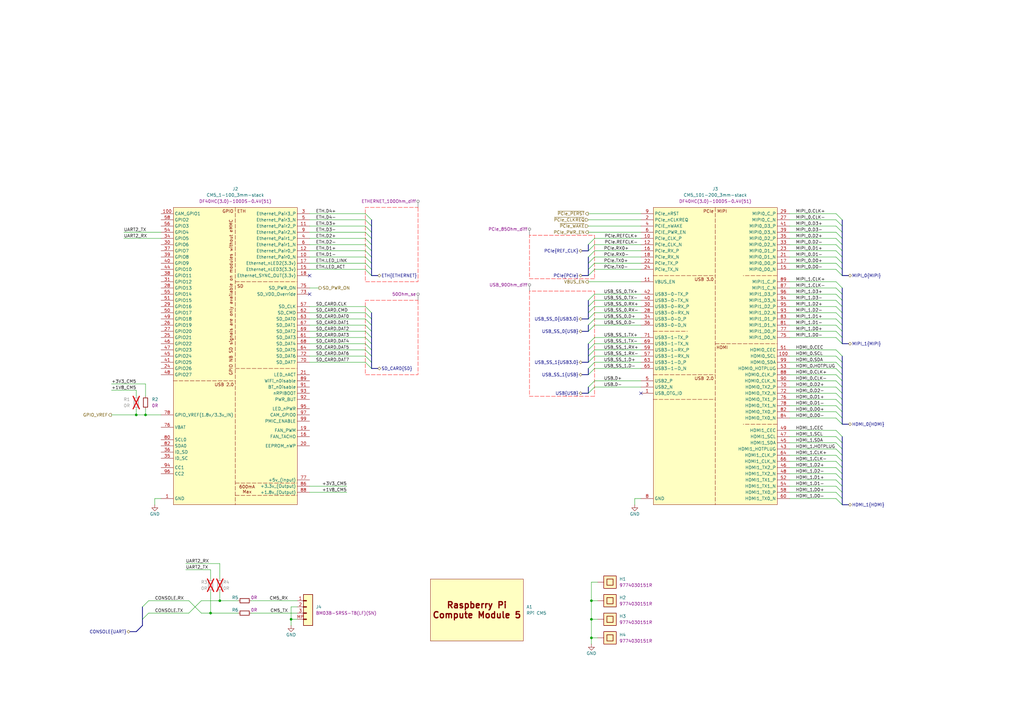
<source format=kicad_sch>
(kicad_sch (version 20250114) (generator "eeschema") (generator_version "9.0")
  (paper "A3")
  (title_block (title "ModuCard CM5 module") (date "2025-07-05") (rev "1.0.0") (company "KoNaR") (comment 1 "Project author: Dominik Pluta"))
  (bus_alias "I2C" (members "SCL" "SDA"))
  (bus_alias "MIPI" (members "CLK+" "CLK-" "D0+" "D0-" "D1+" "D1-" "D2+" "D2-" "D3+" "D3-"))
  (bus_alias "PCIe" (members "TX0+" "TX0-" "RX0+" "RX0-"))
  (bus_alias "REF_CLK" (members "REFCLK+" "REFCLK-"))
  (bus_alias "SD" (members "DAT0" "DAT1" "DAT2" "DAT3" "DAT4" "DAT5" "DAT6" "DAT7" "CLK" "CMD"))
  (junction (at 119.38 254))
  (junction (at 55.88 170.18))
  (junction (at 86.36 251.46))
  (junction (at 242.57 246.38))
  (junction (at 242.57 261.62))
  (junction (at 59.69 170.18))
  (junction (at 242.57 254))
  (junction (at 90.17 246.38))
  (no_connect (at 262.89 161.29))
  (no_connect (at 127 113.03))
  (no_connect (at 127 120.65))
  (bus_entry (at 241.3 151.13) (size 2.54 -2.54))
  (bus_entry (at 152.4 113.03) (size -2.54 -2.54))
  (bus_entry (at 152.4 102.87) (size -2.54 -2.54))
  (bus_entry (at 345.44 184.15) (size -2.54 -2.54))
  (bus_entry (at 345.44 102.87) (size -2.54 -2.54))
  (bus_entry (at 345.44 173.99) (size -2.54 -2.54))
  (bus_entry (at 152.4 105.41) (size -2.54 -2.54))
  (bus_entry (at 241.3 146.05) (size 2.54 -2.54))
  (bus_entry (at 241.3 133.35) (size 2.54 -2.54))
  (bus_entry (at 152.4 92.71) (size -2.54 -2.54))
  (bus_entry (at 345.44 158.75) (size -2.54 -2.54))
  (bus_entry (at 152.4 140.97) (size -2.54 -2.54))
  (bus_entry (at 345.44 189.23) (size -2.54 -2.54))
  (bus_entry (at 152.4 133.35) (size -2.54 -2.54))
  (bus_entry (at 345.44 153.67) (size -2.54 -2.54))
  (bus_entry (at 345.44 191.77) (size -2.54 -2.54))
  (bus_entry (at 152.4 146.05) (size -2.54 -2.54))
  (bus_entry (at 241.3 110.49) (size 2.54 -2.54))
  (bus_entry (at 345.44 113.03) (size -2.54 -2.54))
  (bus_entry (at 345.44 194.31) (size -2.54 -2.54))
  (bus_entry (at 241.3 153.67) (size 2.54 -2.54))
  (bus_entry (at 345.44 105.41) (size -2.54 -2.54))
  (bus_entry (at 241.3 158.75) (size 2.54 -2.54))
  (bus_entry (at 241.3 128.27) (size 2.54 -2.54))
  (bus_entry (at 241.3 123.19) (size 2.54 -2.54))
  (bus_entry (at 345.44 163.83) (size -2.54 -2.54))
  (bus_entry (at 152.4 135.89) (size -2.54 -2.54))
  (bus_entry (at 241.3 148.59) (size 2.54 -2.54))
  (bus_entry (at 345.44 92.71) (size -2.54 -2.54))
  (bus_entry (at 345.44 181.61) (size -2.54 -2.54))
  (bus_entry (at 345.44 110.49) (size -2.54 -2.54))
  (bus_entry (at 345.44 107.95) (size -2.54 -2.54))
  (bus_entry (at 345.44 151.13) (size -2.54 -2.54))
  (bus_entry (at 345.44 130.81) (size -2.54 -2.54))
  (bus_entry (at 345.44 156.21) (size -2.54 -2.54))
  (bus_entry (at 345.44 123.19) (size -2.54 -2.54))
  (bus_entry (at 241.3 143.51) (size 2.54 -2.54))
  (bus_entry (at 345.44 138.43) (size -2.54 -2.54))
  (bus_entry (at 345.44 186.69) (size -2.54 -2.54))
  (bus_entry (at 152.4 110.49) (size -2.54 -2.54))
  (bus_entry (at 345.44 90.17) (size -2.54 -2.54))
  (bus_entry (at 345.44 204.47) (size -2.54 -2.54))
  (bus_entry (at 152.4 143.51) (size -2.54 -2.54))
  (bus_entry (at 345.44 97.79) (size -2.54 -2.54))
  (bus_entry (at 345.44 199.39) (size -2.54 -2.54))
  (bus_entry (at 152.4 95.25) (size -2.54 -2.54))
  (bus_entry (at 345.44 118.11) (size -2.54 -2.54))
  (bus_entry (at 60.96 251.46) (size -2.54 2.54))
  (bus_entry (at 152.4 107.95) (size -2.54 -2.54))
  (bus_entry (at 345.44 146.05) (size -2.54 -2.54))
  (bus_entry (at 60.96 246.38) (size -2.54 2.54))
  (bus_entry (at 241.3 140.97) (size 2.54 -2.54))
  (bus_entry (at 241.3 130.81) (size 2.54 -2.54))
  (bus_entry (at 152.4 151.13) (size -2.54 -2.54))
  (bus_entry (at 345.44 128.27) (size -2.54 -2.54))
  (bus_entry (at 345.44 120.65) (size -2.54 -2.54))
  (bus_entry (at 241.3 105.41) (size 2.54 -2.54))
  (bus_entry (at 152.4 138.43) (size -2.54 -2.54))
  (bus_entry (at 345.44 166.37) (size -2.54 -2.54))
  (bus_entry (at 345.44 133.35) (size -2.54 -2.54))
  (bus_entry (at 241.3 125.73) (size 2.54 -2.54))
  (bus_entry (at 345.44 140.97) (size -2.54 -2.54))
  (bus_entry (at 152.4 130.81) (size -2.54 -2.54))
  (bus_entry (at 345.44 196.85) (size -2.54 -2.54))
  (bus_entry (at 241.3 161.29) (size 2.54 -2.54))
  (bus_entry (at 241.3 107.95) (size 2.54 -2.54))
  (bus_entry (at 241.3 113.03) (size 2.54 -2.54))
  (bus_entry (at 152.4 97.79) (size -2.54 -2.54))
  (bus_entry (at 345.44 179.07) (size -2.54 -2.54))
  (bus_entry (at 345.44 161.29) (size -2.54 -2.54))
  (bus_entry (at 345.44 207.01) (size -2.54 -2.54))
  (bus_entry (at 345.44 135.89) (size -2.54 -2.54))
  (bus_entry (at 241.3 102.87) (size 2.54 -2.54))
  (bus_entry (at 345.44 148.59) (size -2.54 -2.54))
  (bus_entry (at 345.44 95.25) (size -2.54 -2.54))
  (bus_entry (at 345.44 171.45) (size -2.54 -2.54))
  (bus_entry (at 241.3 135.89) (size 2.54 -2.54))
  (bus_entry (at 152.4 148.59) (size -2.54 -2.54))
  (bus_entry (at 152.4 90.17) (size -2.54 -2.54))
  (bus_entry (at 345.44 100.33) (size -2.54 -2.54))
  (bus_entry (at 345.44 125.73) (size -2.54 -2.54))
  (bus_entry (at 345.44 201.93) (size -2.54 -2.54))
  (bus_entry (at 345.44 168.91) (size -2.54 -2.54))
  (bus_entry (at 241.3 100.33) (size 2.54 -2.54))
  (bus_entry (at 152.4 128.27) (size -2.54 -2.54))
  (bus_entry (at 152.4 100.33) (size -2.54 -2.54))
  (bus (pts (xy 345.44 156.21) (xy 345.44 153.67)))
  (bus (pts (xy 345.44 184.15) (xy 345.44 181.61)))
  (bus (pts (xy 345.44 179.07) (xy 345.44 181.61)))
  (bus (pts (xy 58.42 248.92) (xy 58.42 254)))
  (wire (pts (xy 50.8 95.25) (xy 66.04 95.25)))
  (wire (pts (xy 323.85 201.93) (xy 342.9 201.93)))
  (wire (pts (xy 130.81 118.11) (xy 127 118.11)))
  (bus (pts (xy 241.3 110.49) (xy 241.3 113.03)))
  (bus (pts (xy 345.44 113.03) (xy 347.98 113.03)))
  (wire (pts (xy 127 95.25) (xy 149.86 95.25)))
  (wire (pts (xy 60.96 251.46) (xy 77.47 251.46)))
  (bus (pts (xy 152.4 97.79) (xy 152.4 100.33)))
  (bus (pts (xy 241.3 128.27) (xy 241.3 130.81)))
  (bus (pts (xy 152.4 133.35) (xy 152.4 135.89)))
  (bus (pts (xy 345.44 148.59) (xy 345.44 146.05)))
  (wire (pts (xy 127 125.73) (xy 149.86 125.73)))
  (wire (pts (xy 50.8 97.79) (xy 66.04 97.79)))
  (wire (pts (xy 323.85 90.17) (xy 342.9 90.17)))
  (bus (pts (xy 345.44 168.91) (xy 345.44 171.45)))
  (bus (pts (xy 345.44 191.77) (xy 345.44 189.23)))
  (bus (pts (xy 238.76 102.87) (xy 241.3 102.87)))
  (wire (pts (xy 82.55 246.38) (xy 90.17 246.38)))
  (bus (pts (xy 345.44 151.13) (xy 345.44 148.59)))
  (wire (pts (xy 90.17 246.38) (xy 97.79 246.38)))
  (wire (pts (xy 119.38 254) (xy 119.38 256.54)))
  (wire (pts (xy 243.84 140.97) (xy 262.89 140.97)))
  (wire (pts (xy 90.17 231.14) (xy 90.17 237.49)))
  (wire (pts (xy 260.35 204.47) (xy 260.35 207.01)))
  (bus (pts (xy 345.44 191.77) (xy 345.44 194.31)))
  (bus (pts (xy 152.4 146.05) (xy 152.4 148.59)))
  (wire (pts (xy 323.85 168.91) (xy 342.9 168.91)))
  (wire (pts (xy 323.85 186.69) (xy 342.9 186.69)))
  (wire (pts (xy 59.69 170.18) (xy 66.04 170.18)))
  (wire (pts (xy 243.84 143.51) (xy 262.89 143.51)))
  (bus (pts (xy 345.44 163.83) (xy 345.44 166.37)))
  (bus (pts (xy 154.94 113.03) (xy 152.4 113.03)))
  (bus (pts (xy 241.3 151.13) (xy 241.3 153.67)))
  (wire (pts (xy 323.85 102.87) (xy 342.9 102.87)))
  (wire (pts (xy 76.2 233.68) (xy 86.36 233.68)))
  (wire (pts (xy 60.96 246.38) (xy 77.47 246.38)))
  (bus (pts (xy 152.4 92.71) (xy 152.4 95.25)))
  (bus (pts (xy 152.4 148.59) (xy 152.4 151.13)))
  (wire (pts (xy 127 110.49) (xy 149.86 110.49)))
  (bus (pts (xy 152.4 102.87) (xy 152.4 105.41)))
  (wire (pts (xy 323.85 163.83) (xy 342.9 163.83)))
  (wire (pts (xy 55.88 160.02) (xy 55.88 162.56)))
  (wire (pts (xy 243.84 138.43) (xy 262.89 138.43)))
  (wire (pts (xy 82.55 251.46) (xy 86.36 251.46)))
  (bus (pts (xy 241.3 135.89) (xy 241.3 133.35)))
  (wire (pts (xy 323.85 138.43) (xy 342.9 138.43)))
  (wire (pts (xy 243.84 105.41) (xy 262.89 105.41)))
  (wire (pts (xy 59.69 157.48) (xy 59.69 162.56)))
  (bus (pts (xy 345.44 118.11) (xy 345.44 120.65)))
  (wire (pts (xy 323.85 179.07) (xy 342.9 179.07)))
  (wire (pts (xy 86.36 251.46) (xy 97.79 251.46)))
  (wire (pts (xy 63.5 204.47) (xy 63.5 207.01)))
  (wire (pts (xy 323.85 143.51) (xy 342.9 143.51)))
  (wire (pts (xy 323.85 148.59) (xy 342.9 148.59)))
  (bus (pts (xy 345.44 201.93) (xy 345.44 204.47)))
  (bus (pts (xy 152.4 95.25) (xy 152.4 97.79)))
  (wire (pts (xy 323.85 105.41) (xy 342.9 105.41)))
  (bus (pts (xy 345.44 128.27) (xy 345.44 125.73)))
  (wire (pts (xy 243.84 146.05) (xy 262.89 146.05)))
  (wire (pts (xy 323.85 135.89) (xy 342.9 135.89)))
  (wire (pts (xy 243.84 156.21) (xy 262.89 156.21)))
  (wire (pts (xy 55.88 167.64) (xy 55.88 170.18)))
  (bus (pts (xy 345.44 135.89) (xy 345.44 133.35)))
  (bus (pts (xy 345.44 158.75) (xy 345.44 161.29)))
  (wire (pts (xy 243.84 128.27) (xy 262.89 128.27)))
  (wire (pts (xy 323.85 87.63) (xy 342.9 87.63)))
  (wire (pts (xy 323.85 181.61) (xy 342.9 181.61)))
  (wire (pts (xy 241.3 87.63) (xy 262.89 87.63)))
  (wire (pts (xy 260.35 204.47) (xy 262.89 204.47)))
  (bus (pts (xy 347.98 207.01) (xy 345.44 207.01)))
  (bus (pts (xy 238.76 130.81) (xy 241.3 130.81)))
  (wire (pts (xy 127 105.41) (xy 149.86 105.41)))
  (bus (pts (xy 345.44 199.39) (xy 345.44 201.93)))
  (wire (pts (xy 323.85 107.95) (xy 342.9 107.95)))
  (wire (pts (xy 127 102.87) (xy 149.86 102.87)))
  (bus (pts (xy 345.44 110.49) (xy 345.44 113.03)))
  (wire (pts (xy 241.3 92.71) (xy 262.89 92.71)))
  (wire (pts (xy 243.84 110.49) (xy 262.89 110.49)))
  (wire (pts (xy 127 135.89) (xy 149.86 135.89)))
  (bus (pts (xy 152.4 110.49) (xy 152.4 113.03)))
  (wire (pts (xy 77.47 246.38) (xy 82.55 251.46)))
  (bus (pts (xy 241.3 105.41) (xy 241.3 107.95)))
  (wire (pts (xy 243.84 107.95) (xy 262.89 107.95)))
  (wire (pts (xy 243.84 158.75) (xy 262.89 158.75)))
  (wire (pts (xy 323.85 110.49) (xy 342.9 110.49)))
  (wire (pts (xy 119.38 248.92) (xy 119.38 254)))
  (wire (pts (xy 127 97.79) (xy 149.86 97.79)))
  (bus (pts (xy 152.4 135.89) (xy 152.4 138.43)))
  (bus (pts (xy 152.4 107.95) (xy 152.4 110.49)))
  (wire (pts (xy 142.24 201.93) (xy 127 201.93)))
  (bus (pts (xy 345.44 158.75) (xy 345.44 156.21)))
  (bus (pts (xy 241.3 140.97) (xy 241.3 143.51)))
  (wire (pts (xy 242.57 238.76) (xy 242.57 246.38)))
  (bus (pts (xy 345.44 194.31) (xy 345.44 196.85)))
  (bus (pts (xy 345.44 133.35) (xy 345.44 130.81)))
  (wire (pts (xy 63.5 204.47) (xy 66.04 204.47)))
  (bus (pts (xy 345.44 138.43) (xy 345.44 135.89)))
  (wire (pts (xy 77.47 251.46) (xy 82.55 246.38)))
  (bus (pts (xy 238.76 135.89) (xy 241.3 135.89)))
  (bus (pts (xy 347.98 173.99) (xy 345.44 173.99)))
  (bus (pts (xy 345.44 105.41) (xy 345.44 102.87)))
  (wire (pts (xy 243.84 151.13) (xy 262.89 151.13)))
  (wire (pts (xy 323.85 166.37) (xy 342.9 166.37)))
  (bus (pts (xy 152.4 140.97) (xy 152.4 143.51)))
  (wire (pts (xy 323.85 125.73) (xy 342.9 125.73)))
  (wire (pts (xy 243.84 120.65) (xy 262.89 120.65)))
  (bus (pts (xy 345.44 186.69) (xy 345.44 184.15)))
  (wire (pts (xy 127 107.95) (xy 149.86 107.95)))
  (wire (pts (xy 323.85 97.79) (xy 342.9 97.79)))
  (wire (pts (xy 242.57 261.62) (xy 242.57 264.16)))
  (wire (pts (xy 102.87 251.46) (xy 121.92 251.46)))
  (wire (pts (xy 323.85 115.57) (xy 342.9 115.57)))
  (wire (pts (xy 127 100.33) (xy 149.86 100.33)))
  (wire (pts (xy 323.85 158.75) (xy 342.9 158.75)))
  (bus (pts (xy 238.76 113.03) (xy 241.3 113.03)))
  (wire (pts (xy 323.85 194.31) (xy 342.9 194.31)))
  (bus (pts (xy 345.44 110.49) (xy 345.44 107.95)))
  (wire (pts (xy 243.84 100.33) (xy 262.89 100.33)))
  (bus (pts (xy 345.44 204.47) (xy 345.44 207.01)))
  (wire (pts (xy 323.85 95.25) (xy 342.9 95.25)))
  (bus (pts (xy 345.44 107.95) (xy 345.44 105.41)))
  (bus (pts (xy 152.4 105.41) (xy 152.4 107.95)))
  (bus (pts (xy 345.44 120.65) (xy 345.44 123.19)))
  (bus (pts (xy 241.3 125.73) (xy 241.3 128.27)))
  (wire (pts (xy 127 146.05) (xy 149.86 146.05)))
  (bus (pts (xy 55.88 259.08) (xy 53.34 259.08)))
  (wire (pts (xy 323.85 161.29) (xy 342.9 161.29)))
  (wire (pts (xy 243.84 130.81) (xy 262.89 130.81)))
  (wire (pts (xy 323.85 171.45) (xy 342.9 171.45)))
  (wire (pts (xy 323.85 153.67) (xy 342.9 153.67)))
  (bus (pts (xy 345.44 196.85) (xy 345.44 199.39)))
  (wire (pts (xy 127 143.51) (xy 149.86 143.51)))
  (wire (pts (xy 323.85 189.23) (xy 342.9 189.23)))
  (wire (pts (xy 243.84 148.59) (xy 262.89 148.59)))
  (wire (pts (xy 323.85 199.39) (xy 342.9 199.39)))
  (bus (pts (xy 152.4 90.17) (xy 152.4 92.71)))
  (bus (pts (xy 152.4 128.27) (xy 152.4 130.81)))
  (bus (pts (xy 345.44 97.79) (xy 345.44 95.25)))
  (wire (pts (xy 119.38 254) (xy 121.92 254)))
  (bus (pts (xy 345.44 130.81) (xy 345.44 128.27)))
  (wire (pts (xy 86.36 233.68) (xy 86.36 237.49)))
  (bus (pts (xy 152.4 138.43) (xy 152.4 140.97)))
  (wire (pts (xy 323.85 176.53) (xy 342.9 176.53)))
  (wire (pts (xy 243.84 97.79) (xy 262.89 97.79)))
  (bus (pts (xy 241.3 158.75) (xy 241.3 161.29)))
  (wire (pts (xy 323.85 118.11) (xy 342.9 118.11)))
  (bus (pts (xy 345.44 171.45) (xy 345.44 173.99)))
  (wire (pts (xy 127 133.35) (xy 149.86 133.35)))
  (wire (pts (xy 127 140.97) (xy 149.86 140.97)))
  (wire (pts (xy 323.85 151.13) (xy 342.9 151.13)))
  (wire (pts (xy 323.85 100.33) (xy 342.9 100.33)))
  (wire (pts (xy 323.85 196.85) (xy 342.9 196.85)))
  (wire (pts (xy 323.85 204.47) (xy 342.9 204.47)))
  (wire (pts (xy 127 92.71) (xy 149.86 92.71)))
  (wire (pts (xy 242.57 238.76) (xy 245.11 238.76)))
  (wire (pts (xy 127 128.27) (xy 149.86 128.27)))
  (wire (pts (xy 45.72 170.18) (xy 55.88 170.18)))
  (bus (pts (xy 345.44 189.23) (xy 345.44 186.69)))
  (wire (pts (xy 127 87.63) (xy 149.86 87.63)))
  (wire (pts (xy 323.85 130.81) (xy 342.9 130.81)))
  (bus (pts (xy 345.44 153.67) (xy 345.44 151.13)))
  (wire (pts (xy 102.87 246.38) (xy 121.92 246.38)))
  (wire (pts (xy 45.72 160.02) (xy 55.88 160.02)))
  (wire (pts (xy 45.72 157.48) (xy 59.69 157.48)))
  (wire (pts (xy 242.57 254) (xy 245.11 254)))
  (wire (pts (xy 323.85 184.15) (xy 342.9 184.15)))
  (wire (pts (xy 243.84 133.35) (xy 262.89 133.35)))
  (wire (pts (xy 323.85 146.05) (xy 342.9 146.05)))
  (wire (pts (xy 241.3 115.57) (xy 262.89 115.57)))
  (wire (pts (xy 323.85 191.77) (xy 342.9 191.77)))
  (bus (pts (xy 58.42 254) (xy 58.42 256.54)))
  (bus (pts (xy 238.76 148.59) (xy 241.3 148.59)))
  (wire (pts (xy 76.2 231.14) (xy 90.17 231.14)))
  (bus (pts (xy 241.3 148.59) (xy 241.3 146.05)))
  (wire (pts (xy 323.85 128.27) (xy 342.9 128.27)))
  (bus (pts (xy 345.44 90.17) (xy 345.44 92.71)))
  (wire (pts (xy 241.3 90.17) (xy 262.89 90.17)))
  (wire (pts (xy 55.88 170.18) (xy 59.69 170.18)))
  (wire (pts (xy 127 90.17) (xy 149.86 90.17)))
  (wire (pts (xy 90.17 242.57) (xy 90.17 246.38)))
  (wire (pts (xy 323.85 92.71) (xy 342.9 92.71)))
  (bus (pts (xy 154.94 151.13) (xy 152.4 151.13)))
  (wire (pts (xy 241.3 95.25) (xy 262.89 95.25)))
  (bus (pts (xy 55.88 259.08) (xy 58.42 256.54)))
  (wire (pts (xy 242.57 246.38) (xy 242.57 254)))
  (bus (pts (xy 241.3 100.33) (xy 241.3 102.87)))
  (wire (pts (xy 242.57 246.38) (xy 245.11 246.38)))
  (bus (pts (xy 241.3 107.95) (xy 241.3 110.49)))
  (bus (pts (xy 152.4 100.33) (xy 152.4 102.87)))
  (bus (pts (xy 152.4 143.51) (xy 152.4 146.05)))
  (wire (pts (xy 323.85 133.35) (xy 342.9 133.35)))
  (bus (pts (xy 345.44 138.43) (xy 345.44 140.97)))
  (wire (pts (xy 243.84 123.19) (xy 262.89 123.19)))
  (wire (pts (xy 242.57 254) (xy 242.57 261.62)))
  (wire (pts (xy 323.85 120.65) (xy 342.9 120.65)))
  (bus (pts (xy 345.44 125.73) (xy 345.44 123.19)))
  (wire (pts (xy 127 130.81) (xy 149.86 130.81)))
  (wire (pts (xy 323.85 123.19) (xy 342.9 123.19)))
  (wire (pts (xy 127 138.43) (xy 149.86 138.43)))
  (bus (pts (xy 241.3 123.19) (xy 241.3 125.73)))
  (bus (pts (xy 241.3 143.51) (xy 241.3 146.05)))
  (bus (pts (xy 345.44 161.29) (xy 345.44 163.83)))
  (wire (pts (xy 323.85 156.21) (xy 342.9 156.21)))
  (bus (pts (xy 241.3 161.29) (xy 238.76 161.29)))
  (wire (pts (xy 86.36 242.57) (xy 86.36 251.46)))
  (bus (pts (xy 345.44 102.87) (xy 345.44 100.33)))
  (wire (pts (xy 119.38 248.92) (xy 121.92 248.92)))
  (wire (pts (xy 59.69 170.18) (xy 59.69 167.64)))
  (wire (pts (xy 243.84 102.87) (xy 262.89 102.87)))
  (wire (pts (xy 242.57 261.62) (xy 245.11 261.62)))
  (bus (pts (xy 345.44 92.71) (xy 345.44 95.25)))
  (bus (pts (xy 152.4 130.81) (xy 152.4 133.35)))
  (bus (pts (xy 345.44 140.97) (xy 347.98 140.97)))
  (wire (pts (xy 142.24 199.39) (xy 127 199.39)))
  (wire (pts (xy 243.84 125.73) (xy 262.89 125.73)))
  (bus (pts (xy 345.44 166.37) (xy 345.44 168.91)))
  (bus (pts (xy 238.76 153.67) (xy 241.3 153.67)))
  (bus (pts (xy 345.44 100.33) (xy 345.44 97.79)))
  (wire (pts (xy 127 148.59) (xy 149.86 148.59)))
  (label "USB_SS_0.D-" (at 247.65 133.35 0))
  (label "+1V8_CM5" (at 142.24 201.93 180))
  (label "SD_CARD.DAT4" (at 129.54 140.97 0))
  (label "ETH.D3-" (at 129.54 95.25 0))
  (label "ETH.D1+" (at 129.54 102.87 0))
  (label "MIPI_1.CLK+" (at 326.39 115.57 0))
  (label "SD_CARD.DAT5" (at 129.54 143.51 0))
  (label "HDMI_0.D2-" (at 326.39 161.29 0))
  (label "HDMI_1.SDA" (at 326.39 181.61 0))
  (label "MIPI_0.D1-" (at 326.39 105.41 0))
  (label "MIPI_0.D1+" (at 326.39 102.87 0))
  (label "HDMI_0.D0+" (at 326.39 168.91 0))
  (label "MIPI_1.D0-" (at 326.39 138.43 0))
  (label "+3V3_CM5" (at 142.24 199.39 180))
  (label "HDMI_0.D1+" (at 326.39 163.83 0))
  (label "+3V3_CM5" (at 45.72 157.48 0))
  (label "HDMI_1.SCL" (at 326.39 179.07 0))
  (label "MIPI_1.D2-" (at 326.39 128.27 0))
  (label "MIPI_1.D1+" (at 326.39 130.81 0))
  (label "USB_SS_0.TX-" (at 247.65 123.19 0))
  (label "ETH.LED_LINK" (at 129.54 107.95 0))
  (label "HDMI_0.D1-" (at 326.39 166.37 0))
  (label "SD_CARD.CLK" (at 129.54 125.73 0))
  (label "HDMI_0.D2+" (at 326.39 158.75 0))
  (label "HDMI_0.SCL" (at 326.39 146.05 0))
  (label "MIPI_0.D0-" (at 326.39 110.49 0))
  (label "HDMI_0.CLK-" (at 326.39 156.21 0))
  (label "MIPI_0.D0+" (at 326.39 107.95 0))
  (label "HDMI_1.CLK+" (at 326.39 186.69 0))
  (label "CONSOLE.RX" (at 63.5 246.38 0))
  (label "HDMI_1.CEC" (at 326.39 176.53 0))
  (label "MIPI_1.CLK-" (at 326.39 118.11 0))
  (label "MIPI_1.D2+" (at 326.39 125.73 0))
  (label "PCIe.REFCLK+" (at 261.62 97.79 180))
  (label "CM5_RX" (at 118.11 246.38 180))
  (label "SD_CARD.DAT0" (at 129.54 130.81 0))
  (label "ETH.D2-" (at 129.54 100.33 0))
  (label "UART2_RX" (at 50.8 97.79 0))
  (label "HDMI_1.CLK-" (at 326.39 189.23 0))
  (label "UART2_RX" (at 76.2 231.14 0))
  (label "UART2_TX" (at 76.2 233.68 0))
  (label "UART2_TX" (at 50.8 95.25 0))
  (label "HDMI_1.D1+" (at 326.39 196.85 0))
  (label "SD_CARD.DAT7" (at 129.54 148.59 0))
  (label "HDMI_1.D0-" (at 326.39 204.47 0))
  (label "SD_CARD.DAT2" (at 129.54 135.89 0))
  (label "PCIe.TX0+" (at 247.65 107.95 0))
  (label "HDMI_0.D0-" (at 326.39 171.45 0))
  (label "ETH.D2+" (at 129.54 97.79 0))
  (label "+1V8_CM5" (at 45.72 160.02 0))
  (label "MIPI_0.D3-" (at 326.39 95.25 0))
  (label "PCIe.TX0-" (at 247.65 110.49 0))
  (label "HDMI_0.HOTPLUG" (at 326.39 151.13 0))
  (label "HDMI_1.D2-" (at 326.39 194.31 0))
  (label "ETH.D1-" (at 129.54 105.41 0))
  (label "MIPI_0.CLK+" (at 326.39 87.63 0))
  (label "MIPI_1.D0+" (at 326.39 135.89 0))
  (label "HDMI_1.D0+" (at 326.39 201.93 0))
  (label "USB.D-" (at 247.65 158.75 0))
  (label "USB_SS_0.RX-" (at 247.65 128.27 0))
  (label "MIPI_0.D2+" (at 326.39 97.79 0))
  (label "USB_SS_0.TX+" (at 247.65 120.65 0))
  (label "SD_CARD.DAT1" (at 129.54 133.35 0))
  (label "PCIe.RX0+" (at 247.65 102.87 0))
  (label "MIPI_1.D3+" (at 326.39 120.65 0))
  (label "SD_CARD.CMD" (at 129.54 128.27 0))
  (label "HDMI_0.SDA" (at 326.39 148.59 0))
  (label "SD_CARD.DAT3" (at 129.54 138.43 0))
  (label "CONSOLE.TX" (at 63.5 251.46 0))
  (label "MIPI_1.D1-" (at 326.39 133.35 0))
  (label "ETH.D4+" (at 129.54 87.63 0))
  (label "HDMI_1.D1-" (at 326.39 199.39 0))
  (label "USB_SS_1.TX+" (at 247.65 138.43 0))
  (label "PCIe.REFCLK-" (at 261.62 100.33 180))
  (label "USB_SS_0.D+" (at 247.65 130.81 0))
  (label "HDMI_1.HOTPLUG" (at 326.39 184.15 0))
  (label "USB_SS_1.TX-" (at 247.65 140.97 0))
  (label "USB_SS_0.RX+" (at 247.65 125.73 0))
  (label "MIPI_0.CLK-" (at 326.39 90.17 0))
  (label "HDMI_0.CEC" (at 326.39 143.51 0))
  (label "USB_SS_1.D+" (at 247.65 148.59 0))
  (label "ETH.D3+" (at 129.54 92.71 0))
  (label "USB_SS_1.RX-" (at 247.65 146.05 0))
  (label "ETH.D4-" (at 129.54 90.17 0))
  (label "CM5_TX" (at 118.11 251.46 180))
  (label "HDMI_0.CLK+" (at 326.39 153.67 0))
  (label "PCIe.RX0-" (at 247.65 105.41 0))
  (label "USB.D+" (at 247.65 156.21 0))
  (label "SD_CARD.DAT6" (at 129.54 146.05 0))
  (label "MIPI_0.D2-" (at 326.39 100.33 0))
  (label "USB_SS_1.RX+" (at 247.65 143.51 0))
  (label "MIPI_1.D3-" (at 326.39 123.19 0))
  (label "MIPI_0.D3+" (at 326.39 92.71 0))
  (label "HDMI_1.D2+" (at 326.39 191.77 0))
  (label "ETH.LED_ACT" (at 129.54 110.49 0))
  (label "USB_SS_1.D-" (at 247.65 151.13 0))
  (hierarchical_label "PCIe_PWR_EN" (shape output) (at 241.3 95.25 180))
  (hierarchical_label "PCIe{PCIe}" (shape bidirectional) (at 238.76 113.03 180))
  (hierarchical_label "GPIO_VREF" (shape output) (at 45.72 170.18 180))
  (hierarchical_label "USB_SS_0{USB3.0}" (shape bidirectional) (at 238.76 130.81 180))
  (hierarchical_label "USB_SS_0{USB}" (shape bidirectional) (at 238.76 135.89 180))
  (hierarchical_label "SD_PWR_ON" (shape output) (at 130.81 118.11 0))
  (hierarchical_label "~{PCIe_PERST}" (shape output) (at 241.3 87.63 180))
  (hierarchical_label "~{PCIe_CLKREQ}" (shape input) (at 241.3 90.17 180))
  (hierarchical_label "CONSOLE{UART}" (shape bidirectional) (at 53.34 259.08 180))
  (hierarchical_label "HDMI_1{HDMI}" (shape bidirectional) (at 347.98 207.01 0))
  (hierarchical_label "HDMI_0{HDMI}" (shape bidirectional) (at 347.98 173.99 0))
  (hierarchical_label "MIPI_0{MIPI}" (shape bidirectional) (at 347.98 113.03 0))
  (hierarchical_label "PCIe{REF_CLK}" (shape bidirectional) (at 238.76 102.87 180))
  (hierarchical_label "VBUS_EN" (shape output) (at 241.3 115.57 180))
  (hierarchical_label "MIPI_1{MIPI}" (shape bidirectional) (at 347.98 140.97 0))
  (hierarchical_label "USB_SS_1{USB}" (shape bidirectional) (at 238.76 153.67 180))
  (hierarchical_label "~{PCIe_WAKE}" (shape input) (at 241.3 92.71 180))
  (hierarchical_label "USB{USB}" (shape bidirectional) (at 238.76 161.29 180))
  (hierarchical_label "SD_CARD{SD}" (shape bidirectional) (at 154.94 151.13 0))
  (hierarchical_label "USB_SS_1{USB3.0}" (shape bidirectional) (at 238.76 148.59 180))
  (hierarchical_label "ETH{ETHERNET}" (shape bidirectional) (at 154.94 113.03 0))
  (rule_area (polyline (pts (xy 243.84 114.3) (xy 217.17 114.3) (xy 217.17 96.52) (xy 243.84 96.52)) (stroke (width 0) (type dash))))
  (rule_area (polyline (pts (xy 171.45 123.19) (xy 171.45 153.67) (xy 149.86 153.67) (xy 149.86 123.19)) (stroke (width 0) (type dash))))
  (rule_area (polyline (pts (xy 243.84 162.56) (xy 217.17 162.56) (xy 217.17 119.38) (xy 243.84 119.38)) (stroke (width 0) (type dash))))
  (rule_area (polyline (pts (xy 171.45 85.09) (xy 171.45 115.57) (xy 149.86 115.57) (xy 149.86 85.09)) (stroke (width 0) (type dash))))
  (netclass_flag "" (length 2.54) (shape round) (at 217.17 119.38 0) (property "Netclass" "USB_90Ohm_diff" (at 216.408 116.84 0) (effects (justify right))))
  (netclass_flag "" (length 2.54) (shape round) (at 217.17 96.52 0) (property "Netclass" "PCIe_85Ohm_diff" (at 216.408 93.98 0) (effects (justify right))))
  (netclass_flag "" (length 2.54) (shape round) (at 171.45 85.09 0) (property "Netclass" "ETHERNET_100Ohm_diff" (at 170.688 82.55 0) (effects (justify right))))
  (netclass_flag "" (length 2.54) (shape round) (at 171.45 123.19 0) (property "Netclass" "50Ohm_se" (at 170.688 120.65 0) (effects (justify right))))
  (symbol (lib_id "DW-resistors:R-0R-0402") (at 55.88 162.56 270) (unit 1) (dnp yes)
    (property "Reference" "R1" (at 53.34 163.83 90) (effects (justify right)))
    (property "Value" "R-0R-0402" (effects (hide yes)))
    (property "Footprint" "DW-footprints:R_0402_1005Metric" (effects (hide yes)))
    (property "Datasheet" "https://lcsc.com/datasheet/lcsc_datasheet_2411221126_UNI-ROYAL-0402WGF0000TCE_C17168.pdf" (effects (hide yes)))
    (property "Description" "62.5mW Thick Film Resistor 50V ±800ppm/℃ ±1% 0Ω 0402 Chip Resistor - Surface Mount ROHS" (effects (hide yes)))
    (property "Manufacturer" "UNI-ROYAL(Uniroyal Elec)" (effects (hide yes)))
    (property "MPN" "0402WGF0000TCE" (effects (hide yes)))
    (property "LCSC" "C17168" (effects (hide yes)))
    (property "Val" "0R" (at 53.34 166.37 90) (effects (justify right)))
    (property "Tolerance" "1%" (effects (hide yes)))
  )
  (symbol (lib_id "DW-connectors:JST_SH_1x3_BM03B-SRSS-TB-LF-SN") (at 121.92 246.38 0) (unit 1)
    (property "Reference" "J4" (at 129.54 248.92 0) (effects (justify left)))
    (property "Value" "JST_SH_1x3_BM03B-SRSS-TB-LF-SN" (effects (hide yes)))
    (property "Footprint" "DW-footprints:Conn_JST_SH_1x3_BM03B-SRSS-TB" (effects (hide yes)))
    (property "Datasheet" "https://www.jst-mfg.com/product/pdf/eng/eSH.pdf" (effects (hide yes)))
    (property "Description" "1x3P 3P SH Tin 3 -25℃~+85℃ 1A 1 1mm Copper Alloy Surface Mount,Vertical SMD,P=1mm Wire To Board Connector ROHS" (effects (hide yes)))
    (property "Manufacturer" "JST" (effects (hide yes)))
    (property "MPN" "BM03B-SRSS-TB(LF)(SN)" (at 129.54 251.46 0) (effects (justify left)))
    (property "LCSC" "C160389" (effects (hide yes)))
  )
  (symbol (lib_id "DW-SoM:CM5") (at 176.53 237.49 0) (unit 1) (in_bom no)
    (property "Reference" "A1" (at 215.9 248.92 0) (effects (justify left)))
    (property "Value" "RPi CM5" (at 215.9 251.46 0) (effects (justify left)))
    (property "Footprint" "DW-footprints:CM5" (effects (hide yes)))
    (property "Datasheet" "https://datasheets.raspberrypi.com/cm5/cm5-datasheet.pdf" (effects (hide yes)))
    (property "Description" "Raspberry Pi Compute Module 5" (effects (hide yes)))
  )
  (symbol (lib_id "DW-connectors:CM5_101-200_3mm-stack") (at 262.89 87.63 0) (unit 1)
    (property "Reference" "J3" (at 293.37 77.47 0))
    (property "Value" "CM5_101-200_3mm-stack" (at 293.37 80.01 0))
    (property "Footprint" "DW-footprints:Conn_Socket_Hirose_DF40_2x50_DF40HC-3.0-100DS-0.4V" (effects (hide yes)))
    (property "Datasheet" "https://lcsc.com/datasheet/lcsc_datasheet_2410121810_HRS-DF40HC-3-0-100DS-0-4V-51_C424649.pdf" (effects (hide yes)))
    (property "Description" "Connector for Raspberry Pi Compute Module 5, pins 101-200, 0.4mm 2 -35℃~+85℃ Surface Mount, Vertical 300mA SMD,P=0.4mm Board-to-Board and Backplane Connector ROHS" (effects (hide yes)))
    (property "Manufacturer" "Hirose" (effects (hide yes)))
    (property "MPN" "DF40HC(3.0)-100DS-0.4V(51)" (at 293.37 82.55 0))
    (property "LCSC" "C424649" (effects (hide yes)))
  )
  (symbol (lib_id "DW-mechanical:Spacer_M2.5_H3mm_9774030151R") (at 245.11 261.62 0) (unit 1)
    (property "Reference" "H4" (at 254 260.35 0) (effects (justify left)))
    (property "Value" "Spacer_M2.5_H3mm_9774030151R" (effects (hide yes)))
    (property "Footprint" "DW-footprints:Spacer_M2.5_H3mm_9774030151R" (effects (hide yes)))
    (property "Datasheet" "https://www.we-online.com/components/products/datasheet/9774030151R.pdf" (effects (hide yes)))
    (property "Description" "Spacer M2.5, H=3mm, fi=5.1mm, Steel" (effects (hide yes)))
    (property "Manufacturer" "Würth Elektronik" (effects (hide yes)))
    (property "MPN" "9774030151R" (at 254 262.89 0) (effects (justify left)))
  )
  (symbol (lib_id "DW-resistors:R-0R-0402") (at 90.17 242.57 90) (unit 1) (in_bom no) (dnp yes)
    (property "Reference" "R4" (at 91.44 238.76 90) (effects (justify right)))
    (property "Value" "R-0R-0402" (effects (hide yes)))
    (property "Footprint" "DW-footprints:R_0402_1005Metric" (effects (hide yes)))
    (property "Datasheet" "https://lcsc.com/datasheet/lcsc_datasheet_2411221126_UNI-ROYAL-0402WGF0000TCE_C17168.pdf" (effects (hide yes)))
    (property "Description" "62.5mW Thick Film Resistor 50V ±800ppm/℃ ±1% 0Ω 0402 Chip Resistor - Surface Mount ROHS" (effects (hide yes)))
    (property "Manufacturer" "UNI-ROYAL(Uniroyal Elec)" (effects (hide yes)))
    (property "MPN" "0402WGF0000TCE" (effects (hide yes)))
    (property "LCSC" "C17168" (effects (hide yes)))
    (property "Val" "0R" (at 91.44 241.3 90) (effects (justify right)))
    (property "Tolerance" "1%" (effects (hide yes)))
  )
  (symbol (lib_id "DW-resistors:R-0R-0402") (at 102.87 246.38 180) (unit 1)
    (property "Reference" "R5" (at 97.79 245.11 0) (effects (justify left)))
    (property "Value" "R-0R-0402" (effects (hide yes)))
    (property "Footprint" "DW-footprints:R_0402_1005Metric" (effects (hide yes)))
    (property "Datasheet" "https://lcsc.com/datasheet/lcsc_datasheet_2411221126_UNI-ROYAL-0402WGF0000TCE_C17168.pdf" (effects (hide yes)))
    (property "Description" "62.5mW Thick Film Resistor 50V ±800ppm/℃ ±1% 0Ω 0402 Chip Resistor - Surface Mount ROHS" (effects (hide yes)))
    (property "Manufacturer" "UNI-ROYAL(Uniroyal Elec)" (effects (hide yes)))
    (property "MPN" "0402WGF0000TCE" (effects (hide yes)))
    (property "LCSC" "C17168" (effects (hide yes)))
    (property "Val" "0R" (at 102.87 245.11 0) (effects (justify right)))
    (property "Tolerance" "1%" (effects (hide yes)))
  )
  (symbol (lib_id "DW-resistors:R-0R-0402") (at 102.87 251.46 0) (mirror y) (unit 1)
    (property "Reference" "R6" (at 97.79 250.19 0) (effects (justify left)))
    (property "Value" "R-0R-0402" (effects (hide yes)))
    (property "Footprint" "DW-footprints:R_0402_1005Metric" (effects (hide yes)))
    (property "Datasheet" "https://lcsc.com/datasheet/lcsc_datasheet_2411221126_UNI-ROYAL-0402WGF0000TCE_C17168.pdf" (effects (hide yes)))
    (property "Description" "62.5mW Thick Film Resistor 50V ±800ppm/℃ ±1% 0Ω 0402 Chip Resistor - Surface Mount ROHS" (effects (hide yes)))
    (property "Manufacturer" "UNI-ROYAL(Uniroyal Elec)" (effects (hide yes)))
    (property "MPN" "0402WGF0000TCE" (effects (hide yes)))
    (property "LCSC" "C17168" (effects (hide yes)))
    (property "Val" "0R" (at 102.87 250.19 0) (effects (justify right)))
    (property "Tolerance" "1%" (effects (hide yes)))
  )
  (symbol (lib_id "DW-connectors:CM5_1-100_3mm-stack") (at 66.04 87.63 0) (unit 1)
    (property "Reference" "J2" (at 96.52 77.47 0))
    (property "Value" "CM5_1-100_3mm-stack" (at 96.52 80.01 0))
    (property "Footprint" "DW-footprints:Conn_Socket_Hirose_DF40_2x50_DF40HC-3.0-100DS-0.4V" (effects (hide yes)))
    (property "Datasheet" "https://lcsc.com/datasheet/lcsc_datasheet_2410121810_HRS-DF40HC-3-0-100DS-0-4V-51_C424649.pdf" (effects (hide yes)))
    (property "Description" "Connector for Raspberry Pi Compute Module 5, pins 1-100, 0.4mm 2 -35℃~+85℃ Surface Mount, Vertical 300mA SMD,P=0.4mm Board-to-Board and Backplane Connector ROHS" (effects (hide yes)))
    (property "Manufacturer" "Hirose" (effects (hide yes)))
    (property "MPN" "DF40HC(3.0)-100DS-0.4V(51)" (at 96.52 82.55 0))
    (property "LCSC" "C424649" (effects (hide yes)))
  )
  (symbol (lib_id "DW-mechanical:Spacer_M2.5_H3mm_9774030151R") (at 245.11 254 0) (unit 1)
    (property "Reference" "H3" (at 254 252.73 0) (effects (justify left)))
    (property "Value" "Spacer_M2.5_H3mm_9774030151R" (effects (hide yes)))
    (property "Footprint" "DW-footprints:Spacer_M2.5_H3mm_9774030151R" (effects (hide yes)))
    (property "Datasheet" "https://www.we-online.com/components/products/datasheet/9774030151R.pdf" (effects (hide yes)))
    (property "Description" "Spacer M2.5, H=3mm, fi=5.1mm, Steel" (effects (hide yes)))
    (property "Manufacturer" "Würth Elektronik" (effects (hide yes)))
    (property "MPN" "9774030151R" (at 254 255.27 0) (effects (justify left)))
  )
  (symbol (lib_id "DW-mechanical:Spacer_M2.5_H3mm_9774030151R") (at 245.11 238.76 0) (unit 1)
    (property "Reference" "H1" (at 254 237.49 0) (effects (justify left)))
    (property "Value" "Spacer_M2.5_H3mm_9774030151R" (effects (hide yes)))
    (property "Footprint" "DW-footprints:Spacer_M2.5_H3mm_9774030151R" (effects (hide yes)))
    (property "Datasheet" "https://www.we-online.com/components/products/datasheet/9774030151R.pdf" (effects (hide yes)))
    (property "Description" "Spacer M2.5, H=3mm, fi=5.1mm, Steel" (effects (hide yes)))
    (property "Manufacturer" "Würth Elektronik" (effects (hide yes)))
    (property "MPN" "9774030151R" (at 254 240.03 0) (effects (justify left)))
  )
  (symbol (lib_id "DW-mechanical:Spacer_M2.5_H3mm_9774030151R") (at 245.11 246.38 0) (unit 1)
    (property "Reference" "H2" (at 254 245.11 0) (effects (justify left)))
    (property "Value" "Spacer_M2.5_H3mm_9774030151R" (effects (hide yes)))
    (property "Footprint" "DW-footprints:Spacer_M2.5_H3mm_9774030151R" (effects (hide yes)))
    (property "Datasheet" "https://www.we-online.com/components/products/datasheet/9774030151R.pdf" (effects (hide yes)))
    (property "Description" "Spacer M2.5, H=3mm, fi=5.1mm, Steel" (effects (hide yes)))
    (property "Manufacturer" "Würth Elektronik" (effects (hide yes)))
    (property "MPN" "9774030151R" (at 254 247.65 0) (effects (justify left)))
  )
  (symbol (lib_id "DW-power-symbols:GND") (at 242.57 264.16 0) (unit 1)
    (property "Reference" "#PWR021" (effects (hide yes)))
    (property "Value" "GND" (at 242.57 267.97 0))
    (property "Description" "Power symbol creates a global label with name \"GND\" , ground" (effects (hide yes)))
  )
  (symbol (lib_id "DW-resistors:R-0R-0402") (at 59.69 162.56 270) (unit 1)
    (property "Reference" "R2" (at 62.23 163.83 90) (effects (justify left)))
    (property "Value" "R-0R-0402" (effects (hide yes)))
    (property "Footprint" "DW-footprints:R_0402_1005Metric" (effects (hide yes)))
    (property "Datasheet" "https://lcsc.com/datasheet/lcsc_datasheet_2411221126_UNI-ROYAL-0402WGF0000TCE_C17168.pdf" (effects (hide yes)))
    (property "Description" "62.5mW Thick Film Resistor 50V ±800ppm/℃ ±1% 0Ω 0402 Chip Resistor - Surface Mount ROHS" (effects (hide yes)))
    (property "Manufacturer" "UNI-ROYAL(Uniroyal Elec)" (effects (hide yes)))
    (property "MPN" "0402WGF0000TCE" (effects (hide yes)))
    (property "LCSC" "C17168" (effects (hide yes)))
    (property "Val" "0R" (at 62.23 166.37 90) (effects (justify left)))
    (property "Tolerance" "1%" (effects (hide yes)))
  )
  (symbol (lib_id "DW-power-symbols:GND") (at 63.5 207.01 0) (unit 1)
    (property "Reference" "#PWR018" (effects (hide yes)))
    (property "Value" "GND" (at 63.5 210.82 0))
    (property "Description" "Power symbol creates a global label with name \"GND\" , ground" (effects (hide yes)))
  )
  (symbol (lib_id "DW-power-symbols:GND") (at 260.35 207.01 0) (unit 1)
    (property "Reference" "#PWR019" (effects (hide yes)))
    (property "Value" "GND" (at 260.35 210.82 0))
    (property "Description" "Power symbol creates a global label with name \"GND\" , ground" (effects (hide yes)))
  )
  (symbol (lib_id "DW-resistors:R-0R-0402") (at 86.36 242.57 270) (mirror x) (unit 1) (in_bom no) (dnp yes)
    (property "Reference" "R3" (at 85.09 238.76 90) (effects (justify right)))
    (property "Value" "R-0R-0402" (effects (hide yes)))
    (property "Footprint" "DW-footprints:R_0402_1005Metric" (effects (hide yes)))
    (property "Datasheet" "https://lcsc.com/datasheet/lcsc_datasheet_2411221126_UNI-ROYAL-0402WGF0000TCE_C17168.pdf" (effects (hide yes)))
    (property "Description" "62.5mW Thick Film Resistor 50V ±800ppm/℃ ±1% 0Ω 0402 Chip Resistor - Surface Mount ROHS" (effects (hide yes)))
    (property "Manufacturer" "UNI-ROYAL(Uniroyal Elec)" (effects (hide yes)))
    (property "MPN" "0402WGF0000TCE" (effects (hide yes)))
    (property "LCSC" "C17168" (effects (hide yes)))
    (property "Val" "0R" (at 85.09 241.3 90) (effects (justify right)))
    (property "Tolerance" "1%" (effects (hide yes)))
  )
  (symbol (lib_id "DW-power-symbols:GND") (at 119.38 256.54 0) (unit 1)
    (property "Reference" "#PWR020" (effects (hide yes)))
    (property "Value" "GND" (at 119.38 260.35 0))
    (property "Description" "Power symbol creates a global label with name \"GND\" , ground" (effects (hide yes)))
  )
)
</source>
